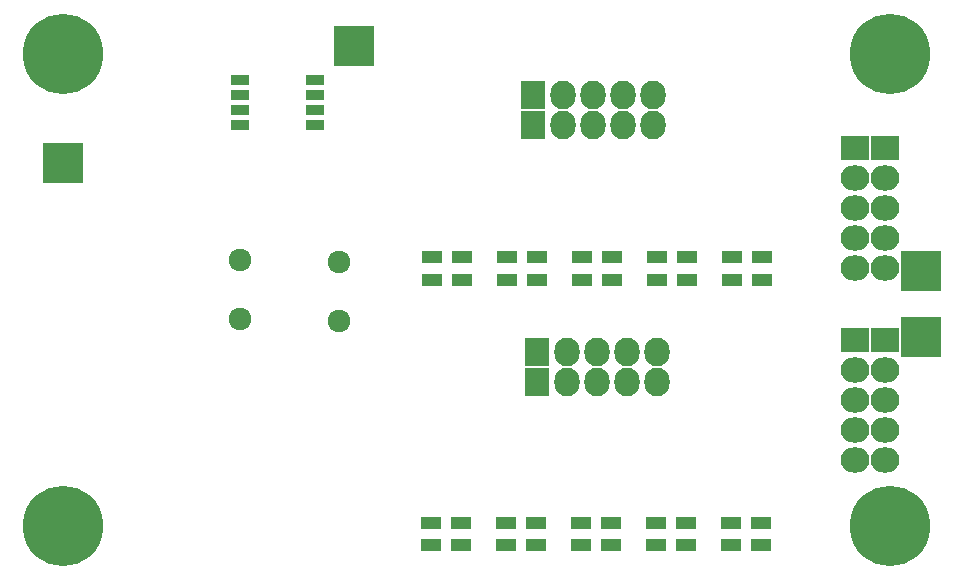
<source format=gbr>
G04 #@! TF.FileFunction,Soldermask,Top*
%FSLAX46Y46*%
G04 Gerber Fmt 4.6, Leading zero omitted, Abs format (unit mm)*
G04 Created by KiCad (PCBNEW 4.0.5+dfsg1-4) date Wed May  3 19:23:34 2017*
%MOMM*%
%LPD*%
G01*
G04 APERTURE LIST*
%ADD10C,0.100000*%
%ADD11R,1.700000X1.100000*%
%ADD12C,6.800000*%
%ADD13R,2.127200X2.432000*%
%ADD14O,2.127200X2.432000*%
%ADD15R,2.432000X2.127200*%
%ADD16O,2.432000X2.127200*%
%ADD17C,1.924000*%
%ADD18R,1.543000X0.908000*%
%ADD19R,3.400000X3.400000*%
G04 APERTURE END LIST*
D10*
D11*
X143192500Y-103253500D03*
X143192500Y-105153500D03*
D12*
X182000000Y-126000000D03*
D13*
X151765000Y-89535000D03*
D14*
X154305000Y-89535000D03*
X156845000Y-89535000D03*
X159385000Y-89535000D03*
X161925000Y-89535000D03*
D13*
X151765000Y-92075000D03*
D14*
X154305000Y-92075000D03*
X156845000Y-92075000D03*
X159385000Y-92075000D03*
X161925000Y-92075000D03*
D15*
X179070000Y-93980000D03*
D16*
X179070000Y-96520000D03*
X179070000Y-99060000D03*
X179070000Y-101600000D03*
X179070000Y-104140000D03*
D15*
X181610000Y-93980000D03*
D16*
X181610000Y-96520000D03*
X181610000Y-99060000D03*
X181610000Y-101600000D03*
X181610000Y-104140000D03*
D17*
X127000000Y-103500000D03*
X127000000Y-108500000D03*
X135382000Y-103672000D03*
X135382000Y-108672000D03*
D15*
X181627000Y-110252000D03*
D16*
X181627000Y-112792000D03*
X181627000Y-115332000D03*
X181627000Y-117872000D03*
X181627000Y-120412000D03*
D15*
X179087000Y-110252000D03*
D16*
X179087000Y-112792000D03*
X179087000Y-115332000D03*
X179087000Y-117872000D03*
X179087000Y-120412000D03*
D13*
X152146000Y-111252000D03*
D14*
X154686000Y-111252000D03*
X157226000Y-111252000D03*
X159766000Y-111252000D03*
X162306000Y-111252000D03*
D13*
X152146000Y-113792000D03*
D14*
X154686000Y-113792000D03*
X157226000Y-113792000D03*
X159766000Y-113792000D03*
X162306000Y-113792000D03*
D11*
X168544000Y-125731000D03*
X168544000Y-127631000D03*
X171132500Y-103253500D03*
X171132500Y-105153500D03*
X162242500Y-103253500D03*
X162242500Y-105153500D03*
X155892500Y-103253500D03*
X155892500Y-105153500D03*
X149542500Y-103253500D03*
X149542500Y-105153500D03*
X143144000Y-125731000D03*
X143144000Y-127631000D03*
X152034000Y-125731000D03*
X152034000Y-127631000D03*
X158384000Y-125731000D03*
X158384000Y-127631000D03*
X164734000Y-125731000D03*
X164734000Y-127631000D03*
X168592500Y-103253500D03*
X168592500Y-105153500D03*
X164782500Y-103253500D03*
X164782500Y-105153500D03*
X158432500Y-103253500D03*
X158432500Y-105153500D03*
X152082500Y-103253500D03*
X152082500Y-105153500D03*
X145732500Y-103253500D03*
X145732500Y-105153500D03*
X145684000Y-125731000D03*
X145684000Y-127631000D03*
X149494000Y-125731000D03*
X149494000Y-127631000D03*
X162194000Y-125731000D03*
X162194000Y-127631000D03*
X171084000Y-125731000D03*
X171084000Y-127631000D03*
D18*
X133350000Y-88265000D03*
X133350000Y-89535000D03*
X133350000Y-90805000D03*
X133350000Y-92075000D03*
X127000000Y-92075000D03*
X127000000Y-90805000D03*
X127000000Y-89535000D03*
X127000000Y-88265000D03*
D12*
X112000000Y-86000000D03*
X112000000Y-126000000D03*
X182000000Y-86000000D03*
D19*
X184658000Y-104394000D03*
X136652000Y-85344000D03*
X112014000Y-95250000D03*
X184658000Y-109982000D03*
D11*
X155839000Y-125716000D03*
X155839000Y-127616000D03*
M02*

</source>
